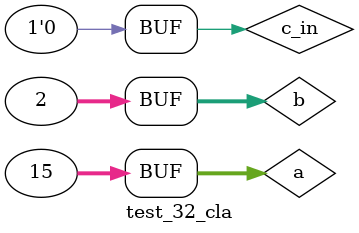
<source format=v>
`timescale 1ns / 1ps


module test_32_cla;

	// Inputs
	reg [31:0] a;
	reg [31:0] b;
	reg c_in;

	// Outputs
	wire [31:0] s;
	wire g_out;
	wire p_out;

	// Instantiate the Unit Under Test (UUT)
	cla_32 uut (
		.a(a), 
		.b(b), 
		.c_in(c_in), 
		.s(s), 
		.g_out(g_out), 
		.p_out(p_out)
	);

	initial begin
		// Initialize Inputs
		a = 0;
		b = 0;
		c_in = 0;

		// Wait 100 ns for global reset to finish
		#100;
        
		a = 4'b1111;
		b = 4'b0010;
		c_in = 0;
		#100;
		// Add stimulus here
	end
      
endmodule


</source>
